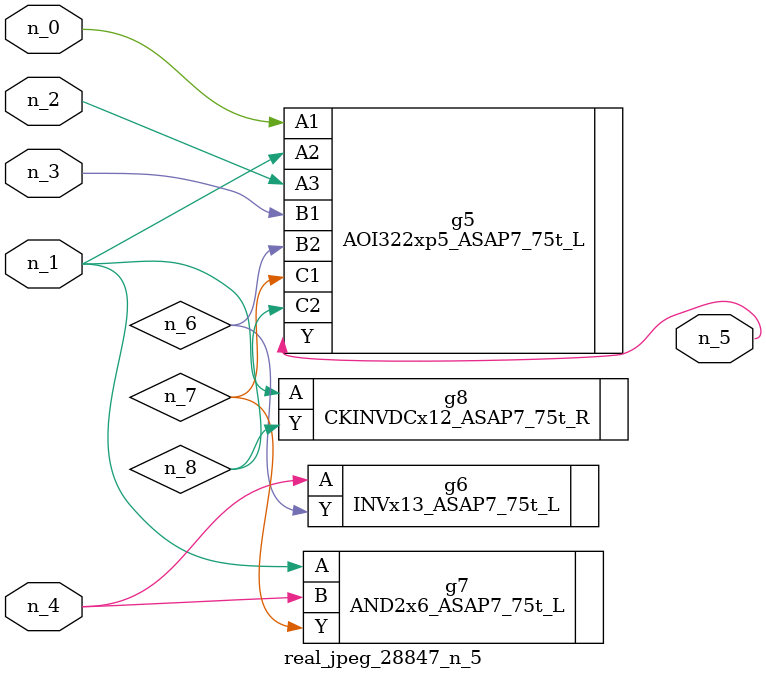
<source format=v>
module real_jpeg_28847_n_5 (n_4, n_0, n_1, n_2, n_3, n_5);

input n_4;
input n_0;
input n_1;
input n_2;
input n_3;

output n_5;

wire n_8;
wire n_6;
wire n_7;

AOI322xp5_ASAP7_75t_L g5 ( 
.A1(n_0),
.A2(n_1),
.A3(n_2),
.B1(n_3),
.B2(n_6),
.C1(n_7),
.C2(n_8),
.Y(n_5)
);

AND2x6_ASAP7_75t_L g7 ( 
.A(n_1),
.B(n_4),
.Y(n_7)
);

CKINVDCx12_ASAP7_75t_R g8 ( 
.A(n_1),
.Y(n_8)
);

INVx13_ASAP7_75t_L g6 ( 
.A(n_4),
.Y(n_6)
);


endmodule
</source>
